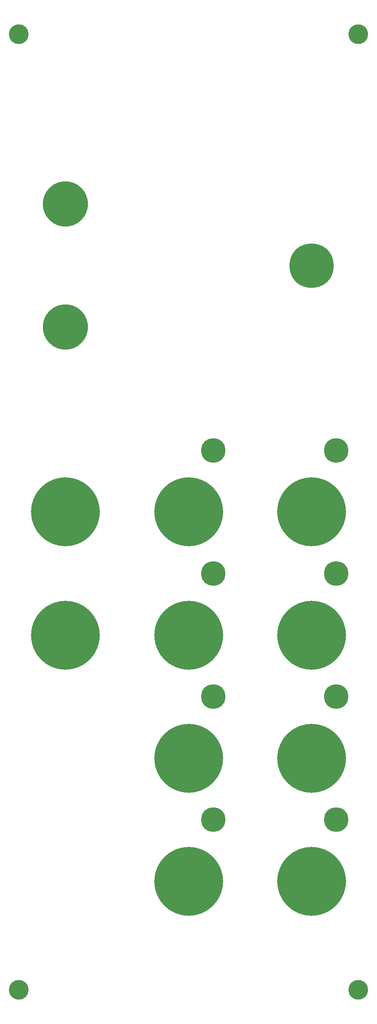
<source format=gbs>
G04 #@! TF.GenerationSoftware,KiCad,Pcbnew,(6.0.5)*
G04 #@! TF.CreationDate,2022-11-21T19:29:27-06:00*
G04 #@! TF.ProjectId,KosmoClockPanel,4b6f736d-6f43-46c6-9f63-6b50616e656c,rev?*
G04 #@! TF.SameCoordinates,Original*
G04 #@! TF.FileFunction,Soldermask,Bot*
G04 #@! TF.FilePolarity,Negative*
%FSLAX46Y46*%
G04 Gerber Fmt 4.6, Leading zero omitted, Abs format (unit mm)*
G04 Created by KiCad (PCBNEW (6.0.5)) date 2022-11-21 19:29:27*
%MOMM*%
%LPD*%
G01*
G04 APERTURE LIST*
%ADD10C,5.000000*%
%ADD11C,4.000000*%
%ADD12C,14.000000*%
%ADD13C,9.200000*%
%ADD14C,9.000000*%
G04 APERTURE END LIST*
D10*
X467500000Y-162500000D03*
X442500000Y-87500000D03*
D11*
X403000000Y-197000000D03*
D12*
X462500000Y-100000000D03*
D10*
X442500000Y-162500000D03*
D11*
X403000000Y-3000000D03*
D12*
X462500000Y-125000000D03*
D10*
X442500000Y-112500000D03*
D13*
X412500000Y-37500000D03*
D10*
X467500000Y-137500000D03*
X467500000Y-87500000D03*
D12*
X437500000Y-100000000D03*
D11*
X472000000Y-197000000D03*
D12*
X437500000Y-125000000D03*
D11*
X472000000Y-3000000D03*
D12*
X462500000Y-175000000D03*
D13*
X412500000Y-62500000D03*
D10*
X442500000Y-137500000D03*
D12*
X462500000Y-150000000D03*
X412500000Y-100000000D03*
X437500000Y-175000000D03*
X437500000Y-150000000D03*
D14*
X462500000Y-50000000D03*
D10*
X467500000Y-112500000D03*
D12*
X412500000Y-125000000D03*
M02*

</source>
